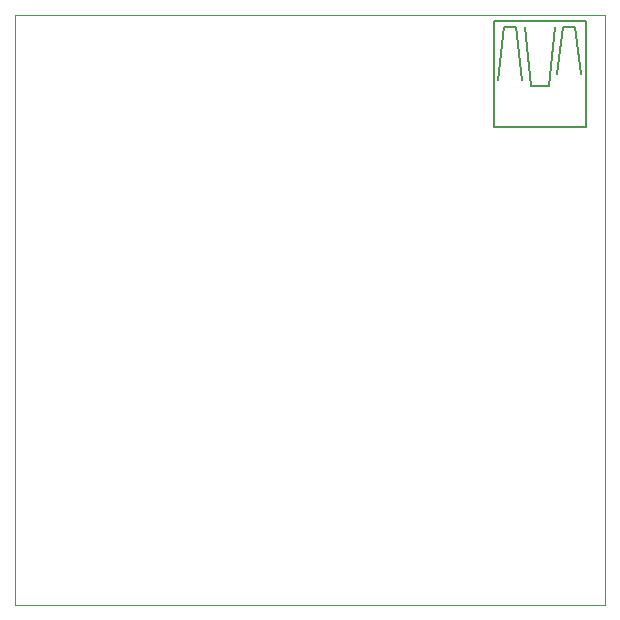
<source format=gbo>
G75*
%MOIN*%
%OFA0B0*%
%FSLAX25Y25*%
%IPPOS*%
%LPD*%
%AMOC8*
5,1,8,0,0,1.08239X$1,22.5*
%
%ADD10C,0.00000*%
%ADD11C,0.00500*%
D10*
X0001800Y0002800D02*
X0001800Y0199650D01*
X0198650Y0199650D01*
X0198650Y0002800D01*
X0001800Y0002800D01*
D11*
X0161446Y0162131D02*
X0161446Y0197564D01*
X0192154Y0197564D01*
X0192154Y0162131D01*
X0161446Y0162131D01*
X0173847Y0175910D02*
X0171879Y0195595D01*
X0168926Y0195595D02*
X0170894Y0177879D01*
X0173847Y0175910D02*
X0179753Y0175910D01*
X0181721Y0195595D01*
X0184674Y0195595D02*
X0182706Y0179847D01*
X0190580Y0179847D02*
X0188611Y0195595D01*
X0184674Y0195595D01*
X0168926Y0195595D02*
X0164989Y0195595D01*
X0163020Y0177879D01*
M02*

</source>
